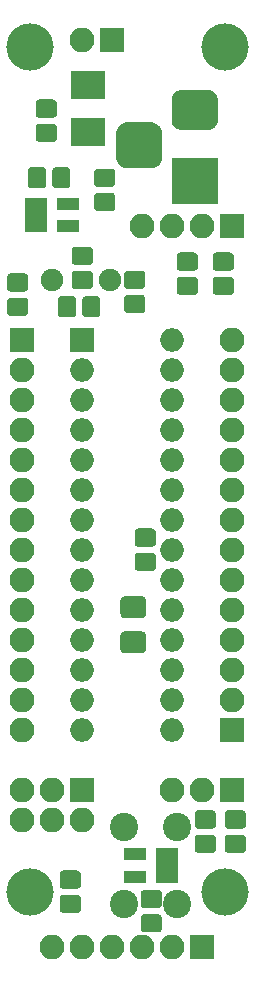
<source format=gbr>
G04 #@! TF.GenerationSoftware,KiCad,Pcbnew,(5.0.0)*
G04 #@! TF.CreationDate,2018-09-25T17:42:14-07:00*
G04 #@! TF.ProjectId,firefly,66697265666C792E6B696361645F7063,A*
G04 #@! TF.SameCoordinates,Original*
G04 #@! TF.FileFunction,Soldermask,Bot*
G04 #@! TF.FilePolarity,Negative*
%FSLAX46Y46*%
G04 Gerber Fmt 4.6, Leading zero omitted, Abs format (unit mm)*
G04 Created by KiCad (PCBNEW (5.0.0)) date 09/25/18 17:42:14*
%MOMM*%
%LPD*%
G01*
G04 APERTURE LIST*
%ADD10C,4.000000*%
%ADD11O,2.100000X2.100000*%
%ADD12R,2.100000X2.100000*%
%ADD13C,2.400000*%
%ADD14C,0.100000*%
%ADD15C,1.550000*%
%ADD16C,1.825000*%
%ADD17C,3.900000*%
%ADD18C,3.400000*%
%ADD19R,3.900000X3.900000*%
%ADD20O,2.000000X2.000000*%
%ADD21R,2.000000X2.000000*%
%ADD22R,1.960000X1.050000*%
%ADD23C,1.900000*%
%ADD24R,2.900000X2.400000*%
G04 APERTURE END LIST*
D10*
G04 #@! TO.C,REF\002A\002A*
X159131000Y-66693000D03*
G04 #@! TD*
D11*
G04 #@! TO.C,J8*
X141986000Y-132080000D03*
X141986000Y-129540000D03*
X144526000Y-132080000D03*
X144526000Y-129540000D03*
X147066000Y-132080000D03*
D12*
X147066000Y-129540000D03*
G04 #@! TD*
D10*
G04 #@! TO.C,REF\002A\002A*
X142621000Y-66675000D03*
G04 #@! TD*
G04 #@! TO.C,REF\002A\002A*
X159131000Y-138176000D03*
G04 #@! TD*
G04 #@! TO.C,REF\002A\002A*
X142621000Y-138176000D03*
G04 #@! TD*
D13*
G04 #@! TO.C,SW1*
X155122000Y-139215000D03*
X150622000Y-139215000D03*
X155122000Y-132715000D03*
X150622000Y-132715000D03*
G04 #@! TD*
D11*
G04 #@! TO.C,J6*
X154686000Y-129540000D03*
X157226000Y-129540000D03*
D12*
X159766000Y-129540000D03*
G04 #@! TD*
D11*
G04 #@! TO.C,J5*
X152146000Y-81788000D03*
X154686000Y-81788000D03*
X157226000Y-81788000D03*
D12*
X159766000Y-81788000D03*
G04 #@! TD*
D11*
G04 #@! TO.C,J7*
X144526000Y-142875000D03*
X147066000Y-142875000D03*
X149606000Y-142875000D03*
X152146000Y-142875000D03*
X154686000Y-142875000D03*
D12*
X157226000Y-142875000D03*
G04 #@! TD*
D14*
G04 #@! TO.C,C2*
G36*
X152996071Y-107421623D02*
X153028781Y-107426475D01*
X153060857Y-107434509D01*
X153091991Y-107445649D01*
X153121884Y-107459787D01*
X153150247Y-107476787D01*
X153176807Y-107496485D01*
X153201308Y-107518692D01*
X153223515Y-107543193D01*
X153243213Y-107569753D01*
X153260213Y-107598116D01*
X153274351Y-107628009D01*
X153285491Y-107659143D01*
X153293525Y-107691219D01*
X153298377Y-107723929D01*
X153300000Y-107756956D01*
X153300000Y-108633044D01*
X153298377Y-108666071D01*
X153293525Y-108698781D01*
X153285491Y-108730857D01*
X153274351Y-108761991D01*
X153260213Y-108791884D01*
X153243213Y-108820247D01*
X153223515Y-108846807D01*
X153201308Y-108871308D01*
X153176807Y-108893515D01*
X153150247Y-108913213D01*
X153121884Y-108930213D01*
X153091991Y-108944351D01*
X153060857Y-108955491D01*
X153028781Y-108963525D01*
X152996071Y-108968377D01*
X152963044Y-108970000D01*
X151836956Y-108970000D01*
X151803929Y-108968377D01*
X151771219Y-108963525D01*
X151739143Y-108955491D01*
X151708009Y-108944351D01*
X151678116Y-108930213D01*
X151649753Y-108913213D01*
X151623193Y-108893515D01*
X151598692Y-108871308D01*
X151576485Y-108846807D01*
X151556787Y-108820247D01*
X151539787Y-108791884D01*
X151525649Y-108761991D01*
X151514509Y-108730857D01*
X151506475Y-108698781D01*
X151501623Y-108666071D01*
X151500000Y-108633044D01*
X151500000Y-107756956D01*
X151501623Y-107723929D01*
X151506475Y-107691219D01*
X151514509Y-107659143D01*
X151525649Y-107628009D01*
X151539787Y-107598116D01*
X151556787Y-107569753D01*
X151576485Y-107543193D01*
X151598692Y-107518692D01*
X151623193Y-107496485D01*
X151649753Y-107476787D01*
X151678116Y-107459787D01*
X151708009Y-107445649D01*
X151739143Y-107434509D01*
X151771219Y-107426475D01*
X151803929Y-107421623D01*
X151836956Y-107420000D01*
X152963044Y-107420000D01*
X152996071Y-107421623D01*
X152996071Y-107421623D01*
G37*
D15*
X152400000Y-108195000D03*
D14*
G36*
X152996071Y-109471623D02*
X153028781Y-109476475D01*
X153060857Y-109484509D01*
X153091991Y-109495649D01*
X153121884Y-109509787D01*
X153150247Y-109526787D01*
X153176807Y-109546485D01*
X153201308Y-109568692D01*
X153223515Y-109593193D01*
X153243213Y-109619753D01*
X153260213Y-109648116D01*
X153274351Y-109678009D01*
X153285491Y-109709143D01*
X153293525Y-109741219D01*
X153298377Y-109773929D01*
X153300000Y-109806956D01*
X153300000Y-110683044D01*
X153298377Y-110716071D01*
X153293525Y-110748781D01*
X153285491Y-110780857D01*
X153274351Y-110811991D01*
X153260213Y-110841884D01*
X153243213Y-110870247D01*
X153223515Y-110896807D01*
X153201308Y-110921308D01*
X153176807Y-110943515D01*
X153150247Y-110963213D01*
X153121884Y-110980213D01*
X153091991Y-110994351D01*
X153060857Y-111005491D01*
X153028781Y-111013525D01*
X152996071Y-111018377D01*
X152963044Y-111020000D01*
X151836956Y-111020000D01*
X151803929Y-111018377D01*
X151771219Y-111013525D01*
X151739143Y-111005491D01*
X151708009Y-110994351D01*
X151678116Y-110980213D01*
X151649753Y-110963213D01*
X151623193Y-110943515D01*
X151598692Y-110921308D01*
X151576485Y-110896807D01*
X151556787Y-110870247D01*
X151539787Y-110841884D01*
X151525649Y-110811991D01*
X151514509Y-110780857D01*
X151506475Y-110748781D01*
X151501623Y-110716071D01*
X151500000Y-110683044D01*
X151500000Y-109806956D01*
X151501623Y-109773929D01*
X151506475Y-109741219D01*
X151514509Y-109709143D01*
X151525649Y-109678009D01*
X151539787Y-109648116D01*
X151556787Y-109619753D01*
X151576485Y-109593193D01*
X151598692Y-109568692D01*
X151623193Y-109546485D01*
X151649753Y-109526787D01*
X151678116Y-109509787D01*
X151708009Y-109495649D01*
X151739143Y-109484509D01*
X151771219Y-109476475D01*
X151803929Y-109471623D01*
X151836956Y-109470000D01*
X152963044Y-109470000D01*
X152996071Y-109471623D01*
X152996071Y-109471623D01*
G37*
D15*
X152400000Y-110245000D03*
G04 #@! TD*
D14*
G04 #@! TO.C,C3*
G36*
X144614071Y-73149623D02*
X144646781Y-73154475D01*
X144678857Y-73162509D01*
X144709991Y-73173649D01*
X144739884Y-73187787D01*
X144768247Y-73204787D01*
X144794807Y-73224485D01*
X144819308Y-73246692D01*
X144841515Y-73271193D01*
X144861213Y-73297753D01*
X144878213Y-73326116D01*
X144892351Y-73356009D01*
X144903491Y-73387143D01*
X144911525Y-73419219D01*
X144916377Y-73451929D01*
X144918000Y-73484956D01*
X144918000Y-74361044D01*
X144916377Y-74394071D01*
X144911525Y-74426781D01*
X144903491Y-74458857D01*
X144892351Y-74489991D01*
X144878213Y-74519884D01*
X144861213Y-74548247D01*
X144841515Y-74574807D01*
X144819308Y-74599308D01*
X144794807Y-74621515D01*
X144768247Y-74641213D01*
X144739884Y-74658213D01*
X144709991Y-74672351D01*
X144678857Y-74683491D01*
X144646781Y-74691525D01*
X144614071Y-74696377D01*
X144581044Y-74698000D01*
X143454956Y-74698000D01*
X143421929Y-74696377D01*
X143389219Y-74691525D01*
X143357143Y-74683491D01*
X143326009Y-74672351D01*
X143296116Y-74658213D01*
X143267753Y-74641213D01*
X143241193Y-74621515D01*
X143216692Y-74599308D01*
X143194485Y-74574807D01*
X143174787Y-74548247D01*
X143157787Y-74519884D01*
X143143649Y-74489991D01*
X143132509Y-74458857D01*
X143124475Y-74426781D01*
X143119623Y-74394071D01*
X143118000Y-74361044D01*
X143118000Y-73484956D01*
X143119623Y-73451929D01*
X143124475Y-73419219D01*
X143132509Y-73387143D01*
X143143649Y-73356009D01*
X143157787Y-73326116D01*
X143174787Y-73297753D01*
X143194485Y-73271193D01*
X143216692Y-73246692D01*
X143241193Y-73224485D01*
X143267753Y-73204787D01*
X143296116Y-73187787D01*
X143326009Y-73173649D01*
X143357143Y-73162509D01*
X143389219Y-73154475D01*
X143421929Y-73149623D01*
X143454956Y-73148000D01*
X144581044Y-73148000D01*
X144614071Y-73149623D01*
X144614071Y-73149623D01*
G37*
D15*
X144018000Y-73923000D03*
D14*
G36*
X144614071Y-71099623D02*
X144646781Y-71104475D01*
X144678857Y-71112509D01*
X144709991Y-71123649D01*
X144739884Y-71137787D01*
X144768247Y-71154787D01*
X144794807Y-71174485D01*
X144819308Y-71196692D01*
X144841515Y-71221193D01*
X144861213Y-71247753D01*
X144878213Y-71276116D01*
X144892351Y-71306009D01*
X144903491Y-71337143D01*
X144911525Y-71369219D01*
X144916377Y-71401929D01*
X144918000Y-71434956D01*
X144918000Y-72311044D01*
X144916377Y-72344071D01*
X144911525Y-72376781D01*
X144903491Y-72408857D01*
X144892351Y-72439991D01*
X144878213Y-72469884D01*
X144861213Y-72498247D01*
X144841515Y-72524807D01*
X144819308Y-72549308D01*
X144794807Y-72571515D01*
X144768247Y-72591213D01*
X144739884Y-72608213D01*
X144709991Y-72622351D01*
X144678857Y-72633491D01*
X144646781Y-72641525D01*
X144614071Y-72646377D01*
X144581044Y-72648000D01*
X143454956Y-72648000D01*
X143421929Y-72646377D01*
X143389219Y-72641525D01*
X143357143Y-72633491D01*
X143326009Y-72622351D01*
X143296116Y-72608213D01*
X143267753Y-72591213D01*
X143241193Y-72571515D01*
X143216692Y-72549308D01*
X143194485Y-72524807D01*
X143174787Y-72498247D01*
X143157787Y-72469884D01*
X143143649Y-72439991D01*
X143132509Y-72408857D01*
X143124475Y-72376781D01*
X143119623Y-72344071D01*
X143118000Y-72311044D01*
X143118000Y-71434956D01*
X143119623Y-71401929D01*
X143124475Y-71369219D01*
X143132509Y-71337143D01*
X143143649Y-71306009D01*
X143157787Y-71276116D01*
X143174787Y-71247753D01*
X143194485Y-71221193D01*
X143216692Y-71196692D01*
X143241193Y-71174485D01*
X143267753Y-71154787D01*
X143296116Y-71137787D01*
X143326009Y-71123649D01*
X143357143Y-71112509D01*
X143389219Y-71104475D01*
X143421929Y-71099623D01*
X143454956Y-71098000D01*
X144581044Y-71098000D01*
X144614071Y-71099623D01*
X144614071Y-71099623D01*
G37*
D15*
X144018000Y-71873000D03*
G04 #@! TD*
D14*
G04 #@! TO.C,C4*
G36*
X145768071Y-76825623D02*
X145800781Y-76830475D01*
X145832857Y-76838509D01*
X145863991Y-76849649D01*
X145893884Y-76863787D01*
X145922247Y-76880787D01*
X145948807Y-76900485D01*
X145973308Y-76922692D01*
X145995515Y-76947193D01*
X146015213Y-76973753D01*
X146032213Y-77002116D01*
X146046351Y-77032009D01*
X146057491Y-77063143D01*
X146065525Y-77095219D01*
X146070377Y-77127929D01*
X146072000Y-77160956D01*
X146072000Y-78287044D01*
X146070377Y-78320071D01*
X146065525Y-78352781D01*
X146057491Y-78384857D01*
X146046351Y-78415991D01*
X146032213Y-78445884D01*
X146015213Y-78474247D01*
X145995515Y-78500807D01*
X145973308Y-78525308D01*
X145948807Y-78547515D01*
X145922247Y-78567213D01*
X145893884Y-78584213D01*
X145863991Y-78598351D01*
X145832857Y-78609491D01*
X145800781Y-78617525D01*
X145768071Y-78622377D01*
X145735044Y-78624000D01*
X144858956Y-78624000D01*
X144825929Y-78622377D01*
X144793219Y-78617525D01*
X144761143Y-78609491D01*
X144730009Y-78598351D01*
X144700116Y-78584213D01*
X144671753Y-78567213D01*
X144645193Y-78547515D01*
X144620692Y-78525308D01*
X144598485Y-78500807D01*
X144578787Y-78474247D01*
X144561787Y-78445884D01*
X144547649Y-78415991D01*
X144536509Y-78384857D01*
X144528475Y-78352781D01*
X144523623Y-78320071D01*
X144522000Y-78287044D01*
X144522000Y-77160956D01*
X144523623Y-77127929D01*
X144528475Y-77095219D01*
X144536509Y-77063143D01*
X144547649Y-77032009D01*
X144561787Y-77002116D01*
X144578787Y-76973753D01*
X144598485Y-76947193D01*
X144620692Y-76922692D01*
X144645193Y-76900485D01*
X144671753Y-76880787D01*
X144700116Y-76863787D01*
X144730009Y-76849649D01*
X144761143Y-76838509D01*
X144793219Y-76830475D01*
X144825929Y-76825623D01*
X144858956Y-76824000D01*
X145735044Y-76824000D01*
X145768071Y-76825623D01*
X145768071Y-76825623D01*
G37*
D15*
X145297000Y-77724000D03*
D14*
G36*
X143718071Y-76825623D02*
X143750781Y-76830475D01*
X143782857Y-76838509D01*
X143813991Y-76849649D01*
X143843884Y-76863787D01*
X143872247Y-76880787D01*
X143898807Y-76900485D01*
X143923308Y-76922692D01*
X143945515Y-76947193D01*
X143965213Y-76973753D01*
X143982213Y-77002116D01*
X143996351Y-77032009D01*
X144007491Y-77063143D01*
X144015525Y-77095219D01*
X144020377Y-77127929D01*
X144022000Y-77160956D01*
X144022000Y-78287044D01*
X144020377Y-78320071D01*
X144015525Y-78352781D01*
X144007491Y-78384857D01*
X143996351Y-78415991D01*
X143982213Y-78445884D01*
X143965213Y-78474247D01*
X143945515Y-78500807D01*
X143923308Y-78525308D01*
X143898807Y-78547515D01*
X143872247Y-78567213D01*
X143843884Y-78584213D01*
X143813991Y-78598351D01*
X143782857Y-78609491D01*
X143750781Y-78617525D01*
X143718071Y-78622377D01*
X143685044Y-78624000D01*
X142808956Y-78624000D01*
X142775929Y-78622377D01*
X142743219Y-78617525D01*
X142711143Y-78609491D01*
X142680009Y-78598351D01*
X142650116Y-78584213D01*
X142621753Y-78567213D01*
X142595193Y-78547515D01*
X142570692Y-78525308D01*
X142548485Y-78500807D01*
X142528787Y-78474247D01*
X142511787Y-78445884D01*
X142497649Y-78415991D01*
X142486509Y-78384857D01*
X142478475Y-78352781D01*
X142473623Y-78320071D01*
X142472000Y-78287044D01*
X142472000Y-77160956D01*
X142473623Y-77127929D01*
X142478475Y-77095219D01*
X142486509Y-77063143D01*
X142497649Y-77032009D01*
X142511787Y-77002116D01*
X142528787Y-76973753D01*
X142548485Y-76947193D01*
X142570692Y-76922692D01*
X142595193Y-76900485D01*
X142621753Y-76880787D01*
X142650116Y-76863787D01*
X142680009Y-76849649D01*
X142711143Y-76838509D01*
X142743219Y-76830475D01*
X142775929Y-76825623D01*
X142808956Y-76824000D01*
X143685044Y-76824000D01*
X143718071Y-76825623D01*
X143718071Y-76825623D01*
G37*
D15*
X143247000Y-77724000D03*
G04 #@! TD*
D14*
G04 #@! TO.C,C5*
G36*
X149567071Y-76950623D02*
X149599781Y-76955475D01*
X149631857Y-76963509D01*
X149662991Y-76974649D01*
X149692884Y-76988787D01*
X149721247Y-77005787D01*
X149747807Y-77025485D01*
X149772308Y-77047692D01*
X149794515Y-77072193D01*
X149814213Y-77098753D01*
X149831213Y-77127116D01*
X149845351Y-77157009D01*
X149856491Y-77188143D01*
X149864525Y-77220219D01*
X149869377Y-77252929D01*
X149871000Y-77285956D01*
X149871000Y-78162044D01*
X149869377Y-78195071D01*
X149864525Y-78227781D01*
X149856491Y-78259857D01*
X149845351Y-78290991D01*
X149831213Y-78320884D01*
X149814213Y-78349247D01*
X149794515Y-78375807D01*
X149772308Y-78400308D01*
X149747807Y-78422515D01*
X149721247Y-78442213D01*
X149692884Y-78459213D01*
X149662991Y-78473351D01*
X149631857Y-78484491D01*
X149599781Y-78492525D01*
X149567071Y-78497377D01*
X149534044Y-78499000D01*
X148407956Y-78499000D01*
X148374929Y-78497377D01*
X148342219Y-78492525D01*
X148310143Y-78484491D01*
X148279009Y-78473351D01*
X148249116Y-78459213D01*
X148220753Y-78442213D01*
X148194193Y-78422515D01*
X148169692Y-78400308D01*
X148147485Y-78375807D01*
X148127787Y-78349247D01*
X148110787Y-78320884D01*
X148096649Y-78290991D01*
X148085509Y-78259857D01*
X148077475Y-78227781D01*
X148072623Y-78195071D01*
X148071000Y-78162044D01*
X148071000Y-77285956D01*
X148072623Y-77252929D01*
X148077475Y-77220219D01*
X148085509Y-77188143D01*
X148096649Y-77157009D01*
X148110787Y-77127116D01*
X148127787Y-77098753D01*
X148147485Y-77072193D01*
X148169692Y-77047692D01*
X148194193Y-77025485D01*
X148220753Y-77005787D01*
X148249116Y-76988787D01*
X148279009Y-76974649D01*
X148310143Y-76963509D01*
X148342219Y-76955475D01*
X148374929Y-76950623D01*
X148407956Y-76949000D01*
X149534044Y-76949000D01*
X149567071Y-76950623D01*
X149567071Y-76950623D01*
G37*
D15*
X148971000Y-77724000D03*
D14*
G36*
X149567071Y-79000623D02*
X149599781Y-79005475D01*
X149631857Y-79013509D01*
X149662991Y-79024649D01*
X149692884Y-79038787D01*
X149721247Y-79055787D01*
X149747807Y-79075485D01*
X149772308Y-79097692D01*
X149794515Y-79122193D01*
X149814213Y-79148753D01*
X149831213Y-79177116D01*
X149845351Y-79207009D01*
X149856491Y-79238143D01*
X149864525Y-79270219D01*
X149869377Y-79302929D01*
X149871000Y-79335956D01*
X149871000Y-80212044D01*
X149869377Y-80245071D01*
X149864525Y-80277781D01*
X149856491Y-80309857D01*
X149845351Y-80340991D01*
X149831213Y-80370884D01*
X149814213Y-80399247D01*
X149794515Y-80425807D01*
X149772308Y-80450308D01*
X149747807Y-80472515D01*
X149721247Y-80492213D01*
X149692884Y-80509213D01*
X149662991Y-80523351D01*
X149631857Y-80534491D01*
X149599781Y-80542525D01*
X149567071Y-80547377D01*
X149534044Y-80549000D01*
X148407956Y-80549000D01*
X148374929Y-80547377D01*
X148342219Y-80542525D01*
X148310143Y-80534491D01*
X148279009Y-80523351D01*
X148249116Y-80509213D01*
X148220753Y-80492213D01*
X148194193Y-80472515D01*
X148169692Y-80450308D01*
X148147485Y-80425807D01*
X148127787Y-80399247D01*
X148110787Y-80370884D01*
X148096649Y-80340991D01*
X148085509Y-80309857D01*
X148077475Y-80277781D01*
X148072623Y-80245071D01*
X148071000Y-80212044D01*
X148071000Y-79335956D01*
X148072623Y-79302929D01*
X148077475Y-79270219D01*
X148085509Y-79238143D01*
X148096649Y-79207009D01*
X148110787Y-79177116D01*
X148127787Y-79148753D01*
X148147485Y-79122193D01*
X148169692Y-79097692D01*
X148194193Y-79075485D01*
X148220753Y-79055787D01*
X148249116Y-79038787D01*
X148279009Y-79024649D01*
X148310143Y-79013509D01*
X148342219Y-79005475D01*
X148374929Y-79000623D01*
X148407956Y-78999000D01*
X149534044Y-78999000D01*
X149567071Y-79000623D01*
X149567071Y-79000623D01*
G37*
D15*
X148971000Y-79774000D03*
G04 #@! TD*
D14*
G04 #@! TO.C,C6*
G36*
X147662071Y-85604623D02*
X147694781Y-85609475D01*
X147726857Y-85617509D01*
X147757991Y-85628649D01*
X147787884Y-85642787D01*
X147816247Y-85659787D01*
X147842807Y-85679485D01*
X147867308Y-85701692D01*
X147889515Y-85726193D01*
X147909213Y-85752753D01*
X147926213Y-85781116D01*
X147940351Y-85811009D01*
X147951491Y-85842143D01*
X147959525Y-85874219D01*
X147964377Y-85906929D01*
X147966000Y-85939956D01*
X147966000Y-86816044D01*
X147964377Y-86849071D01*
X147959525Y-86881781D01*
X147951491Y-86913857D01*
X147940351Y-86944991D01*
X147926213Y-86974884D01*
X147909213Y-87003247D01*
X147889515Y-87029807D01*
X147867308Y-87054308D01*
X147842807Y-87076515D01*
X147816247Y-87096213D01*
X147787884Y-87113213D01*
X147757991Y-87127351D01*
X147726857Y-87138491D01*
X147694781Y-87146525D01*
X147662071Y-87151377D01*
X147629044Y-87153000D01*
X146502956Y-87153000D01*
X146469929Y-87151377D01*
X146437219Y-87146525D01*
X146405143Y-87138491D01*
X146374009Y-87127351D01*
X146344116Y-87113213D01*
X146315753Y-87096213D01*
X146289193Y-87076515D01*
X146264692Y-87054308D01*
X146242485Y-87029807D01*
X146222787Y-87003247D01*
X146205787Y-86974884D01*
X146191649Y-86944991D01*
X146180509Y-86913857D01*
X146172475Y-86881781D01*
X146167623Y-86849071D01*
X146166000Y-86816044D01*
X146166000Y-85939956D01*
X146167623Y-85906929D01*
X146172475Y-85874219D01*
X146180509Y-85842143D01*
X146191649Y-85811009D01*
X146205787Y-85781116D01*
X146222787Y-85752753D01*
X146242485Y-85726193D01*
X146264692Y-85701692D01*
X146289193Y-85679485D01*
X146315753Y-85659787D01*
X146344116Y-85642787D01*
X146374009Y-85628649D01*
X146405143Y-85617509D01*
X146437219Y-85609475D01*
X146469929Y-85604623D01*
X146502956Y-85603000D01*
X147629044Y-85603000D01*
X147662071Y-85604623D01*
X147662071Y-85604623D01*
G37*
D15*
X147066000Y-86378000D03*
D14*
G36*
X147662071Y-83554623D02*
X147694781Y-83559475D01*
X147726857Y-83567509D01*
X147757991Y-83578649D01*
X147787884Y-83592787D01*
X147816247Y-83609787D01*
X147842807Y-83629485D01*
X147867308Y-83651692D01*
X147889515Y-83676193D01*
X147909213Y-83702753D01*
X147926213Y-83731116D01*
X147940351Y-83761009D01*
X147951491Y-83792143D01*
X147959525Y-83824219D01*
X147964377Y-83856929D01*
X147966000Y-83889956D01*
X147966000Y-84766044D01*
X147964377Y-84799071D01*
X147959525Y-84831781D01*
X147951491Y-84863857D01*
X147940351Y-84894991D01*
X147926213Y-84924884D01*
X147909213Y-84953247D01*
X147889515Y-84979807D01*
X147867308Y-85004308D01*
X147842807Y-85026515D01*
X147816247Y-85046213D01*
X147787884Y-85063213D01*
X147757991Y-85077351D01*
X147726857Y-85088491D01*
X147694781Y-85096525D01*
X147662071Y-85101377D01*
X147629044Y-85103000D01*
X146502956Y-85103000D01*
X146469929Y-85101377D01*
X146437219Y-85096525D01*
X146405143Y-85088491D01*
X146374009Y-85077351D01*
X146344116Y-85063213D01*
X146315753Y-85046213D01*
X146289193Y-85026515D01*
X146264692Y-85004308D01*
X146242485Y-84979807D01*
X146222787Y-84953247D01*
X146205787Y-84924884D01*
X146191649Y-84894991D01*
X146180509Y-84863857D01*
X146172475Y-84831781D01*
X146167623Y-84799071D01*
X146166000Y-84766044D01*
X146166000Y-83889956D01*
X146167623Y-83856929D01*
X146172475Y-83824219D01*
X146180509Y-83792143D01*
X146191649Y-83761009D01*
X146205787Y-83731116D01*
X146222787Y-83702753D01*
X146242485Y-83676193D01*
X146264692Y-83651692D01*
X146289193Y-83629485D01*
X146315753Y-83609787D01*
X146344116Y-83592787D01*
X146374009Y-83578649D01*
X146405143Y-83567509D01*
X146437219Y-83559475D01*
X146469929Y-83554623D01*
X146502956Y-83553000D01*
X147629044Y-83553000D01*
X147662071Y-83554623D01*
X147662071Y-83554623D01*
G37*
D15*
X147066000Y-84328000D03*
G04 #@! TD*
D14*
G04 #@! TO.C,C7*
G36*
X152107071Y-87636623D02*
X152139781Y-87641475D01*
X152171857Y-87649509D01*
X152202991Y-87660649D01*
X152232884Y-87674787D01*
X152261247Y-87691787D01*
X152287807Y-87711485D01*
X152312308Y-87733692D01*
X152334515Y-87758193D01*
X152354213Y-87784753D01*
X152371213Y-87813116D01*
X152385351Y-87843009D01*
X152396491Y-87874143D01*
X152404525Y-87906219D01*
X152409377Y-87938929D01*
X152411000Y-87971956D01*
X152411000Y-88848044D01*
X152409377Y-88881071D01*
X152404525Y-88913781D01*
X152396491Y-88945857D01*
X152385351Y-88976991D01*
X152371213Y-89006884D01*
X152354213Y-89035247D01*
X152334515Y-89061807D01*
X152312308Y-89086308D01*
X152287807Y-89108515D01*
X152261247Y-89128213D01*
X152232884Y-89145213D01*
X152202991Y-89159351D01*
X152171857Y-89170491D01*
X152139781Y-89178525D01*
X152107071Y-89183377D01*
X152074044Y-89185000D01*
X150947956Y-89185000D01*
X150914929Y-89183377D01*
X150882219Y-89178525D01*
X150850143Y-89170491D01*
X150819009Y-89159351D01*
X150789116Y-89145213D01*
X150760753Y-89128213D01*
X150734193Y-89108515D01*
X150709692Y-89086308D01*
X150687485Y-89061807D01*
X150667787Y-89035247D01*
X150650787Y-89006884D01*
X150636649Y-88976991D01*
X150625509Y-88945857D01*
X150617475Y-88913781D01*
X150612623Y-88881071D01*
X150611000Y-88848044D01*
X150611000Y-87971956D01*
X150612623Y-87938929D01*
X150617475Y-87906219D01*
X150625509Y-87874143D01*
X150636649Y-87843009D01*
X150650787Y-87813116D01*
X150667787Y-87784753D01*
X150687485Y-87758193D01*
X150709692Y-87733692D01*
X150734193Y-87711485D01*
X150760753Y-87691787D01*
X150789116Y-87674787D01*
X150819009Y-87660649D01*
X150850143Y-87649509D01*
X150882219Y-87641475D01*
X150914929Y-87636623D01*
X150947956Y-87635000D01*
X152074044Y-87635000D01*
X152107071Y-87636623D01*
X152107071Y-87636623D01*
G37*
D15*
X151511000Y-88410000D03*
D14*
G36*
X152107071Y-85586623D02*
X152139781Y-85591475D01*
X152171857Y-85599509D01*
X152202991Y-85610649D01*
X152232884Y-85624787D01*
X152261247Y-85641787D01*
X152287807Y-85661485D01*
X152312308Y-85683692D01*
X152334515Y-85708193D01*
X152354213Y-85734753D01*
X152371213Y-85763116D01*
X152385351Y-85793009D01*
X152396491Y-85824143D01*
X152404525Y-85856219D01*
X152409377Y-85888929D01*
X152411000Y-85921956D01*
X152411000Y-86798044D01*
X152409377Y-86831071D01*
X152404525Y-86863781D01*
X152396491Y-86895857D01*
X152385351Y-86926991D01*
X152371213Y-86956884D01*
X152354213Y-86985247D01*
X152334515Y-87011807D01*
X152312308Y-87036308D01*
X152287807Y-87058515D01*
X152261247Y-87078213D01*
X152232884Y-87095213D01*
X152202991Y-87109351D01*
X152171857Y-87120491D01*
X152139781Y-87128525D01*
X152107071Y-87133377D01*
X152074044Y-87135000D01*
X150947956Y-87135000D01*
X150914929Y-87133377D01*
X150882219Y-87128525D01*
X150850143Y-87120491D01*
X150819009Y-87109351D01*
X150789116Y-87095213D01*
X150760753Y-87078213D01*
X150734193Y-87058515D01*
X150709692Y-87036308D01*
X150687485Y-87011807D01*
X150667787Y-86985247D01*
X150650787Y-86956884D01*
X150636649Y-86926991D01*
X150625509Y-86895857D01*
X150617475Y-86863781D01*
X150612623Y-86831071D01*
X150611000Y-86798044D01*
X150611000Y-85921956D01*
X150612623Y-85888929D01*
X150617475Y-85856219D01*
X150625509Y-85824143D01*
X150636649Y-85793009D01*
X150650787Y-85763116D01*
X150667787Y-85734753D01*
X150687485Y-85708193D01*
X150709692Y-85683692D01*
X150734193Y-85661485D01*
X150760753Y-85641787D01*
X150789116Y-85624787D01*
X150819009Y-85610649D01*
X150850143Y-85599509D01*
X150882219Y-85591475D01*
X150914929Y-85586623D01*
X150947956Y-85585000D01*
X152074044Y-85585000D01*
X152107071Y-85586623D01*
X152107071Y-85586623D01*
G37*
D15*
X151511000Y-86360000D03*
G04 #@! TD*
D14*
G04 #@! TO.C,C8*
G36*
X146646071Y-138427623D02*
X146678781Y-138432475D01*
X146710857Y-138440509D01*
X146741991Y-138451649D01*
X146771884Y-138465787D01*
X146800247Y-138482787D01*
X146826807Y-138502485D01*
X146851308Y-138524692D01*
X146873515Y-138549193D01*
X146893213Y-138575753D01*
X146910213Y-138604116D01*
X146924351Y-138634009D01*
X146935491Y-138665143D01*
X146943525Y-138697219D01*
X146948377Y-138729929D01*
X146950000Y-138762956D01*
X146950000Y-139639044D01*
X146948377Y-139672071D01*
X146943525Y-139704781D01*
X146935491Y-139736857D01*
X146924351Y-139767991D01*
X146910213Y-139797884D01*
X146893213Y-139826247D01*
X146873515Y-139852807D01*
X146851308Y-139877308D01*
X146826807Y-139899515D01*
X146800247Y-139919213D01*
X146771884Y-139936213D01*
X146741991Y-139950351D01*
X146710857Y-139961491D01*
X146678781Y-139969525D01*
X146646071Y-139974377D01*
X146613044Y-139976000D01*
X145486956Y-139976000D01*
X145453929Y-139974377D01*
X145421219Y-139969525D01*
X145389143Y-139961491D01*
X145358009Y-139950351D01*
X145328116Y-139936213D01*
X145299753Y-139919213D01*
X145273193Y-139899515D01*
X145248692Y-139877308D01*
X145226485Y-139852807D01*
X145206787Y-139826247D01*
X145189787Y-139797884D01*
X145175649Y-139767991D01*
X145164509Y-139736857D01*
X145156475Y-139704781D01*
X145151623Y-139672071D01*
X145150000Y-139639044D01*
X145150000Y-138762956D01*
X145151623Y-138729929D01*
X145156475Y-138697219D01*
X145164509Y-138665143D01*
X145175649Y-138634009D01*
X145189787Y-138604116D01*
X145206787Y-138575753D01*
X145226485Y-138549193D01*
X145248692Y-138524692D01*
X145273193Y-138502485D01*
X145299753Y-138482787D01*
X145328116Y-138465787D01*
X145358009Y-138451649D01*
X145389143Y-138440509D01*
X145421219Y-138432475D01*
X145453929Y-138427623D01*
X145486956Y-138426000D01*
X146613044Y-138426000D01*
X146646071Y-138427623D01*
X146646071Y-138427623D01*
G37*
D15*
X146050000Y-139201000D03*
D14*
G36*
X146646071Y-136377623D02*
X146678781Y-136382475D01*
X146710857Y-136390509D01*
X146741991Y-136401649D01*
X146771884Y-136415787D01*
X146800247Y-136432787D01*
X146826807Y-136452485D01*
X146851308Y-136474692D01*
X146873515Y-136499193D01*
X146893213Y-136525753D01*
X146910213Y-136554116D01*
X146924351Y-136584009D01*
X146935491Y-136615143D01*
X146943525Y-136647219D01*
X146948377Y-136679929D01*
X146950000Y-136712956D01*
X146950000Y-137589044D01*
X146948377Y-137622071D01*
X146943525Y-137654781D01*
X146935491Y-137686857D01*
X146924351Y-137717991D01*
X146910213Y-137747884D01*
X146893213Y-137776247D01*
X146873515Y-137802807D01*
X146851308Y-137827308D01*
X146826807Y-137849515D01*
X146800247Y-137869213D01*
X146771884Y-137886213D01*
X146741991Y-137900351D01*
X146710857Y-137911491D01*
X146678781Y-137919525D01*
X146646071Y-137924377D01*
X146613044Y-137926000D01*
X145486956Y-137926000D01*
X145453929Y-137924377D01*
X145421219Y-137919525D01*
X145389143Y-137911491D01*
X145358009Y-137900351D01*
X145328116Y-137886213D01*
X145299753Y-137869213D01*
X145273193Y-137849515D01*
X145248692Y-137827308D01*
X145226485Y-137802807D01*
X145206787Y-137776247D01*
X145189787Y-137747884D01*
X145175649Y-137717991D01*
X145164509Y-137686857D01*
X145156475Y-137654781D01*
X145151623Y-137622071D01*
X145150000Y-137589044D01*
X145150000Y-136712956D01*
X145151623Y-136679929D01*
X145156475Y-136647219D01*
X145164509Y-136615143D01*
X145175649Y-136584009D01*
X145189787Y-136554116D01*
X145206787Y-136525753D01*
X145226485Y-136499193D01*
X145248692Y-136474692D01*
X145273193Y-136452485D01*
X145299753Y-136432787D01*
X145328116Y-136415787D01*
X145358009Y-136401649D01*
X145389143Y-136390509D01*
X145421219Y-136382475D01*
X145453929Y-136377623D01*
X145486956Y-136376000D01*
X146613044Y-136376000D01*
X146646071Y-136377623D01*
X146646071Y-136377623D01*
G37*
D15*
X146050000Y-137151000D03*
G04 #@! TD*
D14*
G04 #@! TO.C,C9*
G36*
X153504071Y-138028623D02*
X153536781Y-138033475D01*
X153568857Y-138041509D01*
X153599991Y-138052649D01*
X153629884Y-138066787D01*
X153658247Y-138083787D01*
X153684807Y-138103485D01*
X153709308Y-138125692D01*
X153731515Y-138150193D01*
X153751213Y-138176753D01*
X153768213Y-138205116D01*
X153782351Y-138235009D01*
X153793491Y-138266143D01*
X153801525Y-138298219D01*
X153806377Y-138330929D01*
X153808000Y-138363956D01*
X153808000Y-139240044D01*
X153806377Y-139273071D01*
X153801525Y-139305781D01*
X153793491Y-139337857D01*
X153782351Y-139368991D01*
X153768213Y-139398884D01*
X153751213Y-139427247D01*
X153731515Y-139453807D01*
X153709308Y-139478308D01*
X153684807Y-139500515D01*
X153658247Y-139520213D01*
X153629884Y-139537213D01*
X153599991Y-139551351D01*
X153568857Y-139562491D01*
X153536781Y-139570525D01*
X153504071Y-139575377D01*
X153471044Y-139577000D01*
X152344956Y-139577000D01*
X152311929Y-139575377D01*
X152279219Y-139570525D01*
X152247143Y-139562491D01*
X152216009Y-139551351D01*
X152186116Y-139537213D01*
X152157753Y-139520213D01*
X152131193Y-139500515D01*
X152106692Y-139478308D01*
X152084485Y-139453807D01*
X152064787Y-139427247D01*
X152047787Y-139398884D01*
X152033649Y-139368991D01*
X152022509Y-139337857D01*
X152014475Y-139305781D01*
X152009623Y-139273071D01*
X152008000Y-139240044D01*
X152008000Y-138363956D01*
X152009623Y-138330929D01*
X152014475Y-138298219D01*
X152022509Y-138266143D01*
X152033649Y-138235009D01*
X152047787Y-138205116D01*
X152064787Y-138176753D01*
X152084485Y-138150193D01*
X152106692Y-138125692D01*
X152131193Y-138103485D01*
X152157753Y-138083787D01*
X152186116Y-138066787D01*
X152216009Y-138052649D01*
X152247143Y-138041509D01*
X152279219Y-138033475D01*
X152311929Y-138028623D01*
X152344956Y-138027000D01*
X153471044Y-138027000D01*
X153504071Y-138028623D01*
X153504071Y-138028623D01*
G37*
D15*
X152908000Y-138802000D03*
D14*
G36*
X153504071Y-140078623D02*
X153536781Y-140083475D01*
X153568857Y-140091509D01*
X153599991Y-140102649D01*
X153629884Y-140116787D01*
X153658247Y-140133787D01*
X153684807Y-140153485D01*
X153709308Y-140175692D01*
X153731515Y-140200193D01*
X153751213Y-140226753D01*
X153768213Y-140255116D01*
X153782351Y-140285009D01*
X153793491Y-140316143D01*
X153801525Y-140348219D01*
X153806377Y-140380929D01*
X153808000Y-140413956D01*
X153808000Y-141290044D01*
X153806377Y-141323071D01*
X153801525Y-141355781D01*
X153793491Y-141387857D01*
X153782351Y-141418991D01*
X153768213Y-141448884D01*
X153751213Y-141477247D01*
X153731515Y-141503807D01*
X153709308Y-141528308D01*
X153684807Y-141550515D01*
X153658247Y-141570213D01*
X153629884Y-141587213D01*
X153599991Y-141601351D01*
X153568857Y-141612491D01*
X153536781Y-141620525D01*
X153504071Y-141625377D01*
X153471044Y-141627000D01*
X152344956Y-141627000D01*
X152311929Y-141625377D01*
X152279219Y-141620525D01*
X152247143Y-141612491D01*
X152216009Y-141601351D01*
X152186116Y-141587213D01*
X152157753Y-141570213D01*
X152131193Y-141550515D01*
X152106692Y-141528308D01*
X152084485Y-141503807D01*
X152064787Y-141477247D01*
X152047787Y-141448884D01*
X152033649Y-141418991D01*
X152022509Y-141387857D01*
X152014475Y-141355781D01*
X152009623Y-141323071D01*
X152008000Y-141290044D01*
X152008000Y-140413956D01*
X152009623Y-140380929D01*
X152014475Y-140348219D01*
X152022509Y-140316143D01*
X152033649Y-140285009D01*
X152047787Y-140255116D01*
X152064787Y-140226753D01*
X152084485Y-140200193D01*
X152106692Y-140175692D01*
X152131193Y-140153485D01*
X152157753Y-140133787D01*
X152186116Y-140116787D01*
X152216009Y-140102649D01*
X152247143Y-140091509D01*
X152279219Y-140083475D01*
X152311929Y-140078623D01*
X152344956Y-140077000D01*
X153471044Y-140077000D01*
X153504071Y-140078623D01*
X153504071Y-140078623D01*
G37*
D15*
X152908000Y-140852000D03*
G04 #@! TD*
D14*
G04 #@! TO.C,F1*
G36*
X152170207Y-113171542D02*
X152201287Y-113176152D01*
X152231766Y-113183787D01*
X152261350Y-113194372D01*
X152289754Y-113207806D01*
X152316704Y-113223959D01*
X152341942Y-113242677D01*
X152365223Y-113263777D01*
X152386323Y-113287058D01*
X152405041Y-113312296D01*
X152421194Y-113339246D01*
X152434628Y-113367650D01*
X152445213Y-113397234D01*
X152452848Y-113427713D01*
X152457458Y-113458793D01*
X152459000Y-113490176D01*
X152459000Y-114674824D01*
X152457458Y-114706207D01*
X152452848Y-114737287D01*
X152445213Y-114767766D01*
X152434628Y-114797350D01*
X152421194Y-114825754D01*
X152405041Y-114852704D01*
X152386323Y-114877942D01*
X152365223Y-114901223D01*
X152341942Y-114922323D01*
X152316704Y-114941041D01*
X152289754Y-114957194D01*
X152261350Y-114970628D01*
X152231766Y-114981213D01*
X152201287Y-114988848D01*
X152170207Y-114993458D01*
X152138824Y-114995000D01*
X150629176Y-114995000D01*
X150597793Y-114993458D01*
X150566713Y-114988848D01*
X150536234Y-114981213D01*
X150506650Y-114970628D01*
X150478246Y-114957194D01*
X150451296Y-114941041D01*
X150426058Y-114922323D01*
X150402777Y-114901223D01*
X150381677Y-114877942D01*
X150362959Y-114852704D01*
X150346806Y-114825754D01*
X150333372Y-114797350D01*
X150322787Y-114767766D01*
X150315152Y-114737287D01*
X150310542Y-114706207D01*
X150309000Y-114674824D01*
X150309000Y-113490176D01*
X150310542Y-113458793D01*
X150315152Y-113427713D01*
X150322787Y-113397234D01*
X150333372Y-113367650D01*
X150346806Y-113339246D01*
X150362959Y-113312296D01*
X150381677Y-113287058D01*
X150402777Y-113263777D01*
X150426058Y-113242677D01*
X150451296Y-113223959D01*
X150478246Y-113207806D01*
X150506650Y-113194372D01*
X150536234Y-113183787D01*
X150566713Y-113176152D01*
X150597793Y-113171542D01*
X150629176Y-113170000D01*
X152138824Y-113170000D01*
X152170207Y-113171542D01*
X152170207Y-113171542D01*
G37*
D16*
X151384000Y-114082500D03*
D14*
G36*
X152170207Y-116146542D02*
X152201287Y-116151152D01*
X152231766Y-116158787D01*
X152261350Y-116169372D01*
X152289754Y-116182806D01*
X152316704Y-116198959D01*
X152341942Y-116217677D01*
X152365223Y-116238777D01*
X152386323Y-116262058D01*
X152405041Y-116287296D01*
X152421194Y-116314246D01*
X152434628Y-116342650D01*
X152445213Y-116372234D01*
X152452848Y-116402713D01*
X152457458Y-116433793D01*
X152459000Y-116465176D01*
X152459000Y-117649824D01*
X152457458Y-117681207D01*
X152452848Y-117712287D01*
X152445213Y-117742766D01*
X152434628Y-117772350D01*
X152421194Y-117800754D01*
X152405041Y-117827704D01*
X152386323Y-117852942D01*
X152365223Y-117876223D01*
X152341942Y-117897323D01*
X152316704Y-117916041D01*
X152289754Y-117932194D01*
X152261350Y-117945628D01*
X152231766Y-117956213D01*
X152201287Y-117963848D01*
X152170207Y-117968458D01*
X152138824Y-117970000D01*
X150629176Y-117970000D01*
X150597793Y-117968458D01*
X150566713Y-117963848D01*
X150536234Y-117956213D01*
X150506650Y-117945628D01*
X150478246Y-117932194D01*
X150451296Y-117916041D01*
X150426058Y-117897323D01*
X150402777Y-117876223D01*
X150381677Y-117852942D01*
X150362959Y-117827704D01*
X150346806Y-117800754D01*
X150333372Y-117772350D01*
X150322787Y-117742766D01*
X150315152Y-117712287D01*
X150310542Y-117681207D01*
X150309000Y-117649824D01*
X150309000Y-116465176D01*
X150310542Y-116433793D01*
X150315152Y-116402713D01*
X150322787Y-116372234D01*
X150333372Y-116342650D01*
X150346806Y-116314246D01*
X150362959Y-116287296D01*
X150381677Y-116262058D01*
X150402777Y-116238777D01*
X150426058Y-116217677D01*
X150451296Y-116198959D01*
X150478246Y-116182806D01*
X150506650Y-116169372D01*
X150536234Y-116158787D01*
X150566713Y-116151152D01*
X150597793Y-116146542D01*
X150629176Y-116145000D01*
X152138824Y-116145000D01*
X152170207Y-116146542D01*
X152170207Y-116146542D01*
G37*
D16*
X151384000Y-117057500D03*
G04 #@! TD*
D14*
G04 #@! TO.C,J1*
G36*
X152961567Y-73032695D02*
X153056213Y-73046734D01*
X153149028Y-73069983D01*
X153239116Y-73102217D01*
X153325612Y-73143127D01*
X153407681Y-73192317D01*
X153484533Y-73249315D01*
X153555429Y-73313571D01*
X153619685Y-73384467D01*
X153676683Y-73461319D01*
X153725873Y-73543388D01*
X153766783Y-73629884D01*
X153799017Y-73719972D01*
X153822266Y-73812787D01*
X153836305Y-73907433D01*
X153841000Y-74003000D01*
X153841000Y-75953000D01*
X153836305Y-76048567D01*
X153822266Y-76143213D01*
X153799017Y-76236028D01*
X153766783Y-76326116D01*
X153725873Y-76412612D01*
X153676683Y-76494681D01*
X153619685Y-76571533D01*
X153555429Y-76642429D01*
X153484533Y-76706685D01*
X153407681Y-76763683D01*
X153325612Y-76812873D01*
X153239116Y-76853783D01*
X153149028Y-76886017D01*
X153056213Y-76909266D01*
X152961567Y-76923305D01*
X152866000Y-76928000D01*
X150916000Y-76928000D01*
X150820433Y-76923305D01*
X150725787Y-76909266D01*
X150632972Y-76886017D01*
X150542884Y-76853783D01*
X150456388Y-76812873D01*
X150374319Y-76763683D01*
X150297467Y-76706685D01*
X150226571Y-76642429D01*
X150162315Y-76571533D01*
X150105317Y-76494681D01*
X150056127Y-76412612D01*
X150015217Y-76326116D01*
X149982983Y-76236028D01*
X149959734Y-76143213D01*
X149945695Y-76048567D01*
X149941000Y-75953000D01*
X149941000Y-74003000D01*
X149945695Y-73907433D01*
X149959734Y-73812787D01*
X149982983Y-73719972D01*
X150015217Y-73629884D01*
X150056127Y-73543388D01*
X150105317Y-73461319D01*
X150162315Y-73384467D01*
X150226571Y-73313571D01*
X150297467Y-73249315D01*
X150374319Y-73192317D01*
X150456388Y-73143127D01*
X150542884Y-73102217D01*
X150632972Y-73069983D01*
X150725787Y-73046734D01*
X150820433Y-73032695D01*
X150916000Y-73028000D01*
X152866000Y-73028000D01*
X152961567Y-73032695D01*
X152961567Y-73032695D01*
G37*
D17*
X151891000Y-74978000D03*
D14*
G36*
X157774315Y-70282093D02*
X157856827Y-70294333D01*
X157937742Y-70314601D01*
X158016281Y-70342702D01*
X158091687Y-70378367D01*
X158163235Y-70421251D01*
X158230234Y-70470941D01*
X158292041Y-70526959D01*
X158348059Y-70588766D01*
X158397749Y-70655765D01*
X158440633Y-70727313D01*
X158476298Y-70802719D01*
X158504399Y-70881258D01*
X158524667Y-70962173D01*
X158536907Y-71044685D01*
X158541000Y-71128000D01*
X158541000Y-72828000D01*
X158536907Y-72911315D01*
X158524667Y-72993827D01*
X158504399Y-73074742D01*
X158476298Y-73153281D01*
X158440633Y-73228687D01*
X158397749Y-73300235D01*
X158348059Y-73367234D01*
X158292041Y-73429041D01*
X158230234Y-73485059D01*
X158163235Y-73534749D01*
X158091687Y-73577633D01*
X158016281Y-73613298D01*
X157937742Y-73641399D01*
X157856827Y-73661667D01*
X157774315Y-73673907D01*
X157691000Y-73678000D01*
X155491000Y-73678000D01*
X155407685Y-73673907D01*
X155325173Y-73661667D01*
X155244258Y-73641399D01*
X155165719Y-73613298D01*
X155090313Y-73577633D01*
X155018765Y-73534749D01*
X154951766Y-73485059D01*
X154889959Y-73429041D01*
X154833941Y-73367234D01*
X154784251Y-73300235D01*
X154741367Y-73228687D01*
X154705702Y-73153281D01*
X154677601Y-73074742D01*
X154657333Y-72993827D01*
X154645093Y-72911315D01*
X154641000Y-72828000D01*
X154641000Y-71128000D01*
X154645093Y-71044685D01*
X154657333Y-70962173D01*
X154677601Y-70881258D01*
X154705702Y-70802719D01*
X154741367Y-70727313D01*
X154784251Y-70655765D01*
X154833941Y-70588766D01*
X154889959Y-70526959D01*
X154951766Y-70470941D01*
X155018765Y-70421251D01*
X155090313Y-70378367D01*
X155165719Y-70342702D01*
X155244258Y-70314601D01*
X155325173Y-70294333D01*
X155407685Y-70282093D01*
X155491000Y-70278000D01*
X157691000Y-70278000D01*
X157774315Y-70282093D01*
X157774315Y-70282093D01*
G37*
D18*
X156591000Y-71978000D03*
D19*
X156591000Y-77978000D03*
G04 #@! TD*
D12*
G04 #@! TO.C,J2*
X141986000Y-91440000D03*
D11*
X141986000Y-93980000D03*
X141986000Y-96520000D03*
X141986000Y-99060000D03*
X141986000Y-101600000D03*
X141986000Y-104140000D03*
X141986000Y-106680000D03*
X141986000Y-109220000D03*
X141986000Y-111760000D03*
X141986000Y-114300000D03*
X141986000Y-116840000D03*
X141986000Y-119380000D03*
X141986000Y-121920000D03*
X141986000Y-124460000D03*
G04 #@! TD*
G04 #@! TO.C,J3*
X159766000Y-91440000D03*
X159766000Y-93980000D03*
X159766000Y-96520000D03*
X159766000Y-99060000D03*
X159766000Y-101600000D03*
X159766000Y-104140000D03*
X159766000Y-106680000D03*
X159766000Y-109220000D03*
X159766000Y-111760000D03*
X159766000Y-114300000D03*
X159766000Y-116840000D03*
X159766000Y-119380000D03*
X159766000Y-121920000D03*
D12*
X159766000Y-124460000D03*
G04 #@! TD*
D11*
G04 #@! TO.C,J4*
X147066000Y-66040000D03*
D12*
X149606000Y-66040000D03*
G04 #@! TD*
D14*
G04 #@! TO.C,R1*
G36*
X148308071Y-87747623D02*
X148340781Y-87752475D01*
X148372857Y-87760509D01*
X148403991Y-87771649D01*
X148433884Y-87785787D01*
X148462247Y-87802787D01*
X148488807Y-87822485D01*
X148513308Y-87844692D01*
X148535515Y-87869193D01*
X148555213Y-87895753D01*
X148572213Y-87924116D01*
X148586351Y-87954009D01*
X148597491Y-87985143D01*
X148605525Y-88017219D01*
X148610377Y-88049929D01*
X148612000Y-88082956D01*
X148612000Y-89209044D01*
X148610377Y-89242071D01*
X148605525Y-89274781D01*
X148597491Y-89306857D01*
X148586351Y-89337991D01*
X148572213Y-89367884D01*
X148555213Y-89396247D01*
X148535515Y-89422807D01*
X148513308Y-89447308D01*
X148488807Y-89469515D01*
X148462247Y-89489213D01*
X148433884Y-89506213D01*
X148403991Y-89520351D01*
X148372857Y-89531491D01*
X148340781Y-89539525D01*
X148308071Y-89544377D01*
X148275044Y-89546000D01*
X147398956Y-89546000D01*
X147365929Y-89544377D01*
X147333219Y-89539525D01*
X147301143Y-89531491D01*
X147270009Y-89520351D01*
X147240116Y-89506213D01*
X147211753Y-89489213D01*
X147185193Y-89469515D01*
X147160692Y-89447308D01*
X147138485Y-89422807D01*
X147118787Y-89396247D01*
X147101787Y-89367884D01*
X147087649Y-89337991D01*
X147076509Y-89306857D01*
X147068475Y-89274781D01*
X147063623Y-89242071D01*
X147062000Y-89209044D01*
X147062000Y-88082956D01*
X147063623Y-88049929D01*
X147068475Y-88017219D01*
X147076509Y-87985143D01*
X147087649Y-87954009D01*
X147101787Y-87924116D01*
X147118787Y-87895753D01*
X147138485Y-87869193D01*
X147160692Y-87844692D01*
X147185193Y-87822485D01*
X147211753Y-87802787D01*
X147240116Y-87785787D01*
X147270009Y-87771649D01*
X147301143Y-87760509D01*
X147333219Y-87752475D01*
X147365929Y-87747623D01*
X147398956Y-87746000D01*
X148275044Y-87746000D01*
X148308071Y-87747623D01*
X148308071Y-87747623D01*
G37*
D15*
X147837000Y-88646000D03*
D14*
G36*
X146258071Y-87747623D02*
X146290781Y-87752475D01*
X146322857Y-87760509D01*
X146353991Y-87771649D01*
X146383884Y-87785787D01*
X146412247Y-87802787D01*
X146438807Y-87822485D01*
X146463308Y-87844692D01*
X146485515Y-87869193D01*
X146505213Y-87895753D01*
X146522213Y-87924116D01*
X146536351Y-87954009D01*
X146547491Y-87985143D01*
X146555525Y-88017219D01*
X146560377Y-88049929D01*
X146562000Y-88082956D01*
X146562000Y-89209044D01*
X146560377Y-89242071D01*
X146555525Y-89274781D01*
X146547491Y-89306857D01*
X146536351Y-89337991D01*
X146522213Y-89367884D01*
X146505213Y-89396247D01*
X146485515Y-89422807D01*
X146463308Y-89447308D01*
X146438807Y-89469515D01*
X146412247Y-89489213D01*
X146383884Y-89506213D01*
X146353991Y-89520351D01*
X146322857Y-89531491D01*
X146290781Y-89539525D01*
X146258071Y-89544377D01*
X146225044Y-89546000D01*
X145348956Y-89546000D01*
X145315929Y-89544377D01*
X145283219Y-89539525D01*
X145251143Y-89531491D01*
X145220009Y-89520351D01*
X145190116Y-89506213D01*
X145161753Y-89489213D01*
X145135193Y-89469515D01*
X145110692Y-89447308D01*
X145088485Y-89422807D01*
X145068787Y-89396247D01*
X145051787Y-89367884D01*
X145037649Y-89337991D01*
X145026509Y-89306857D01*
X145018475Y-89274781D01*
X145013623Y-89242071D01*
X145012000Y-89209044D01*
X145012000Y-88082956D01*
X145013623Y-88049929D01*
X145018475Y-88017219D01*
X145026509Y-87985143D01*
X145037649Y-87954009D01*
X145051787Y-87924116D01*
X145068787Y-87895753D01*
X145088485Y-87869193D01*
X145110692Y-87844692D01*
X145135193Y-87822485D01*
X145161753Y-87802787D01*
X145190116Y-87785787D01*
X145220009Y-87771649D01*
X145251143Y-87760509D01*
X145283219Y-87752475D01*
X145315929Y-87747623D01*
X145348956Y-87746000D01*
X146225044Y-87746000D01*
X146258071Y-87747623D01*
X146258071Y-87747623D01*
G37*
D15*
X145787000Y-88646000D03*
G04 #@! TD*
D14*
G04 #@! TO.C,R2*
G36*
X142201071Y-85822623D02*
X142233781Y-85827475D01*
X142265857Y-85835509D01*
X142296991Y-85846649D01*
X142326884Y-85860787D01*
X142355247Y-85877787D01*
X142381807Y-85897485D01*
X142406308Y-85919692D01*
X142428515Y-85944193D01*
X142448213Y-85970753D01*
X142465213Y-85999116D01*
X142479351Y-86029009D01*
X142490491Y-86060143D01*
X142498525Y-86092219D01*
X142503377Y-86124929D01*
X142505000Y-86157956D01*
X142505000Y-87034044D01*
X142503377Y-87067071D01*
X142498525Y-87099781D01*
X142490491Y-87131857D01*
X142479351Y-87162991D01*
X142465213Y-87192884D01*
X142448213Y-87221247D01*
X142428515Y-87247807D01*
X142406308Y-87272308D01*
X142381807Y-87294515D01*
X142355247Y-87314213D01*
X142326884Y-87331213D01*
X142296991Y-87345351D01*
X142265857Y-87356491D01*
X142233781Y-87364525D01*
X142201071Y-87369377D01*
X142168044Y-87371000D01*
X141041956Y-87371000D01*
X141008929Y-87369377D01*
X140976219Y-87364525D01*
X140944143Y-87356491D01*
X140913009Y-87345351D01*
X140883116Y-87331213D01*
X140854753Y-87314213D01*
X140828193Y-87294515D01*
X140803692Y-87272308D01*
X140781485Y-87247807D01*
X140761787Y-87221247D01*
X140744787Y-87192884D01*
X140730649Y-87162991D01*
X140719509Y-87131857D01*
X140711475Y-87099781D01*
X140706623Y-87067071D01*
X140705000Y-87034044D01*
X140705000Y-86157956D01*
X140706623Y-86124929D01*
X140711475Y-86092219D01*
X140719509Y-86060143D01*
X140730649Y-86029009D01*
X140744787Y-85999116D01*
X140761787Y-85970753D01*
X140781485Y-85944193D01*
X140803692Y-85919692D01*
X140828193Y-85897485D01*
X140854753Y-85877787D01*
X140883116Y-85860787D01*
X140913009Y-85846649D01*
X140944143Y-85835509D01*
X140976219Y-85827475D01*
X141008929Y-85822623D01*
X141041956Y-85821000D01*
X142168044Y-85821000D01*
X142201071Y-85822623D01*
X142201071Y-85822623D01*
G37*
D15*
X141605000Y-86596000D03*
D14*
G36*
X142201071Y-87872623D02*
X142233781Y-87877475D01*
X142265857Y-87885509D01*
X142296991Y-87896649D01*
X142326884Y-87910787D01*
X142355247Y-87927787D01*
X142381807Y-87947485D01*
X142406308Y-87969692D01*
X142428515Y-87994193D01*
X142448213Y-88020753D01*
X142465213Y-88049116D01*
X142479351Y-88079009D01*
X142490491Y-88110143D01*
X142498525Y-88142219D01*
X142503377Y-88174929D01*
X142505000Y-88207956D01*
X142505000Y-89084044D01*
X142503377Y-89117071D01*
X142498525Y-89149781D01*
X142490491Y-89181857D01*
X142479351Y-89212991D01*
X142465213Y-89242884D01*
X142448213Y-89271247D01*
X142428515Y-89297807D01*
X142406308Y-89322308D01*
X142381807Y-89344515D01*
X142355247Y-89364213D01*
X142326884Y-89381213D01*
X142296991Y-89395351D01*
X142265857Y-89406491D01*
X142233781Y-89414525D01*
X142201071Y-89419377D01*
X142168044Y-89421000D01*
X141041956Y-89421000D01*
X141008929Y-89419377D01*
X140976219Y-89414525D01*
X140944143Y-89406491D01*
X140913009Y-89395351D01*
X140883116Y-89381213D01*
X140854753Y-89364213D01*
X140828193Y-89344515D01*
X140803692Y-89322308D01*
X140781485Y-89297807D01*
X140761787Y-89271247D01*
X140744787Y-89242884D01*
X140730649Y-89212991D01*
X140719509Y-89181857D01*
X140711475Y-89149781D01*
X140706623Y-89117071D01*
X140705000Y-89084044D01*
X140705000Y-88207956D01*
X140706623Y-88174929D01*
X140711475Y-88142219D01*
X140719509Y-88110143D01*
X140730649Y-88079009D01*
X140744787Y-88049116D01*
X140761787Y-88020753D01*
X140781485Y-87994193D01*
X140803692Y-87969692D01*
X140828193Y-87947485D01*
X140854753Y-87927787D01*
X140883116Y-87910787D01*
X140913009Y-87896649D01*
X140944143Y-87885509D01*
X140976219Y-87877475D01*
X141008929Y-87872623D01*
X141041956Y-87871000D01*
X142168044Y-87871000D01*
X142201071Y-87872623D01*
X142201071Y-87872623D01*
G37*
D15*
X141605000Y-88646000D03*
G04 #@! TD*
D14*
G04 #@! TO.C,R3*
G36*
X156552071Y-84053623D02*
X156584781Y-84058475D01*
X156616857Y-84066509D01*
X156647991Y-84077649D01*
X156677884Y-84091787D01*
X156706247Y-84108787D01*
X156732807Y-84128485D01*
X156757308Y-84150692D01*
X156779515Y-84175193D01*
X156799213Y-84201753D01*
X156816213Y-84230116D01*
X156830351Y-84260009D01*
X156841491Y-84291143D01*
X156849525Y-84323219D01*
X156854377Y-84355929D01*
X156856000Y-84388956D01*
X156856000Y-85265044D01*
X156854377Y-85298071D01*
X156849525Y-85330781D01*
X156841491Y-85362857D01*
X156830351Y-85393991D01*
X156816213Y-85423884D01*
X156799213Y-85452247D01*
X156779515Y-85478807D01*
X156757308Y-85503308D01*
X156732807Y-85525515D01*
X156706247Y-85545213D01*
X156677884Y-85562213D01*
X156647991Y-85576351D01*
X156616857Y-85587491D01*
X156584781Y-85595525D01*
X156552071Y-85600377D01*
X156519044Y-85602000D01*
X155392956Y-85602000D01*
X155359929Y-85600377D01*
X155327219Y-85595525D01*
X155295143Y-85587491D01*
X155264009Y-85576351D01*
X155234116Y-85562213D01*
X155205753Y-85545213D01*
X155179193Y-85525515D01*
X155154692Y-85503308D01*
X155132485Y-85478807D01*
X155112787Y-85452247D01*
X155095787Y-85423884D01*
X155081649Y-85393991D01*
X155070509Y-85362857D01*
X155062475Y-85330781D01*
X155057623Y-85298071D01*
X155056000Y-85265044D01*
X155056000Y-84388956D01*
X155057623Y-84355929D01*
X155062475Y-84323219D01*
X155070509Y-84291143D01*
X155081649Y-84260009D01*
X155095787Y-84230116D01*
X155112787Y-84201753D01*
X155132485Y-84175193D01*
X155154692Y-84150692D01*
X155179193Y-84128485D01*
X155205753Y-84108787D01*
X155234116Y-84091787D01*
X155264009Y-84077649D01*
X155295143Y-84066509D01*
X155327219Y-84058475D01*
X155359929Y-84053623D01*
X155392956Y-84052000D01*
X156519044Y-84052000D01*
X156552071Y-84053623D01*
X156552071Y-84053623D01*
G37*
D15*
X155956000Y-84827000D03*
D14*
G36*
X156552071Y-86103623D02*
X156584781Y-86108475D01*
X156616857Y-86116509D01*
X156647991Y-86127649D01*
X156677884Y-86141787D01*
X156706247Y-86158787D01*
X156732807Y-86178485D01*
X156757308Y-86200692D01*
X156779515Y-86225193D01*
X156799213Y-86251753D01*
X156816213Y-86280116D01*
X156830351Y-86310009D01*
X156841491Y-86341143D01*
X156849525Y-86373219D01*
X156854377Y-86405929D01*
X156856000Y-86438956D01*
X156856000Y-87315044D01*
X156854377Y-87348071D01*
X156849525Y-87380781D01*
X156841491Y-87412857D01*
X156830351Y-87443991D01*
X156816213Y-87473884D01*
X156799213Y-87502247D01*
X156779515Y-87528807D01*
X156757308Y-87553308D01*
X156732807Y-87575515D01*
X156706247Y-87595213D01*
X156677884Y-87612213D01*
X156647991Y-87626351D01*
X156616857Y-87637491D01*
X156584781Y-87645525D01*
X156552071Y-87650377D01*
X156519044Y-87652000D01*
X155392956Y-87652000D01*
X155359929Y-87650377D01*
X155327219Y-87645525D01*
X155295143Y-87637491D01*
X155264009Y-87626351D01*
X155234116Y-87612213D01*
X155205753Y-87595213D01*
X155179193Y-87575515D01*
X155154692Y-87553308D01*
X155132485Y-87528807D01*
X155112787Y-87502247D01*
X155095787Y-87473884D01*
X155081649Y-87443991D01*
X155070509Y-87412857D01*
X155062475Y-87380781D01*
X155057623Y-87348071D01*
X155056000Y-87315044D01*
X155056000Y-86438956D01*
X155057623Y-86405929D01*
X155062475Y-86373219D01*
X155070509Y-86341143D01*
X155081649Y-86310009D01*
X155095787Y-86280116D01*
X155112787Y-86251753D01*
X155132485Y-86225193D01*
X155154692Y-86200692D01*
X155179193Y-86178485D01*
X155205753Y-86158787D01*
X155234116Y-86141787D01*
X155264009Y-86127649D01*
X155295143Y-86116509D01*
X155327219Y-86108475D01*
X155359929Y-86103623D01*
X155392956Y-86102000D01*
X156519044Y-86102000D01*
X156552071Y-86103623D01*
X156552071Y-86103623D01*
G37*
D15*
X155956000Y-86877000D03*
G04 #@! TD*
D14*
G04 #@! TO.C,R4*
G36*
X159600071Y-86103623D02*
X159632781Y-86108475D01*
X159664857Y-86116509D01*
X159695991Y-86127649D01*
X159725884Y-86141787D01*
X159754247Y-86158787D01*
X159780807Y-86178485D01*
X159805308Y-86200692D01*
X159827515Y-86225193D01*
X159847213Y-86251753D01*
X159864213Y-86280116D01*
X159878351Y-86310009D01*
X159889491Y-86341143D01*
X159897525Y-86373219D01*
X159902377Y-86405929D01*
X159904000Y-86438956D01*
X159904000Y-87315044D01*
X159902377Y-87348071D01*
X159897525Y-87380781D01*
X159889491Y-87412857D01*
X159878351Y-87443991D01*
X159864213Y-87473884D01*
X159847213Y-87502247D01*
X159827515Y-87528807D01*
X159805308Y-87553308D01*
X159780807Y-87575515D01*
X159754247Y-87595213D01*
X159725884Y-87612213D01*
X159695991Y-87626351D01*
X159664857Y-87637491D01*
X159632781Y-87645525D01*
X159600071Y-87650377D01*
X159567044Y-87652000D01*
X158440956Y-87652000D01*
X158407929Y-87650377D01*
X158375219Y-87645525D01*
X158343143Y-87637491D01*
X158312009Y-87626351D01*
X158282116Y-87612213D01*
X158253753Y-87595213D01*
X158227193Y-87575515D01*
X158202692Y-87553308D01*
X158180485Y-87528807D01*
X158160787Y-87502247D01*
X158143787Y-87473884D01*
X158129649Y-87443991D01*
X158118509Y-87412857D01*
X158110475Y-87380781D01*
X158105623Y-87348071D01*
X158104000Y-87315044D01*
X158104000Y-86438956D01*
X158105623Y-86405929D01*
X158110475Y-86373219D01*
X158118509Y-86341143D01*
X158129649Y-86310009D01*
X158143787Y-86280116D01*
X158160787Y-86251753D01*
X158180485Y-86225193D01*
X158202692Y-86200692D01*
X158227193Y-86178485D01*
X158253753Y-86158787D01*
X158282116Y-86141787D01*
X158312009Y-86127649D01*
X158343143Y-86116509D01*
X158375219Y-86108475D01*
X158407929Y-86103623D01*
X158440956Y-86102000D01*
X159567044Y-86102000D01*
X159600071Y-86103623D01*
X159600071Y-86103623D01*
G37*
D15*
X159004000Y-86877000D03*
D14*
G36*
X159600071Y-84053623D02*
X159632781Y-84058475D01*
X159664857Y-84066509D01*
X159695991Y-84077649D01*
X159725884Y-84091787D01*
X159754247Y-84108787D01*
X159780807Y-84128485D01*
X159805308Y-84150692D01*
X159827515Y-84175193D01*
X159847213Y-84201753D01*
X159864213Y-84230116D01*
X159878351Y-84260009D01*
X159889491Y-84291143D01*
X159897525Y-84323219D01*
X159902377Y-84355929D01*
X159904000Y-84388956D01*
X159904000Y-85265044D01*
X159902377Y-85298071D01*
X159897525Y-85330781D01*
X159889491Y-85362857D01*
X159878351Y-85393991D01*
X159864213Y-85423884D01*
X159847213Y-85452247D01*
X159827515Y-85478807D01*
X159805308Y-85503308D01*
X159780807Y-85525515D01*
X159754247Y-85545213D01*
X159725884Y-85562213D01*
X159695991Y-85576351D01*
X159664857Y-85587491D01*
X159632781Y-85595525D01*
X159600071Y-85600377D01*
X159567044Y-85602000D01*
X158440956Y-85602000D01*
X158407929Y-85600377D01*
X158375219Y-85595525D01*
X158343143Y-85587491D01*
X158312009Y-85576351D01*
X158282116Y-85562213D01*
X158253753Y-85545213D01*
X158227193Y-85525515D01*
X158202692Y-85503308D01*
X158180485Y-85478807D01*
X158160787Y-85452247D01*
X158143787Y-85423884D01*
X158129649Y-85393991D01*
X158118509Y-85362857D01*
X158110475Y-85330781D01*
X158105623Y-85298071D01*
X158104000Y-85265044D01*
X158104000Y-84388956D01*
X158105623Y-84355929D01*
X158110475Y-84323219D01*
X158118509Y-84291143D01*
X158129649Y-84260009D01*
X158143787Y-84230116D01*
X158160787Y-84201753D01*
X158180485Y-84175193D01*
X158202692Y-84150692D01*
X158227193Y-84128485D01*
X158253753Y-84108787D01*
X158282116Y-84091787D01*
X158312009Y-84077649D01*
X158343143Y-84066509D01*
X158375219Y-84058475D01*
X158407929Y-84053623D01*
X158440956Y-84052000D01*
X159567044Y-84052000D01*
X159600071Y-84053623D01*
X159600071Y-84053623D01*
G37*
D15*
X159004000Y-84827000D03*
G04 #@! TD*
D14*
G04 #@! TO.C,R5*
G36*
X160616071Y-131288623D02*
X160648781Y-131293475D01*
X160680857Y-131301509D01*
X160711991Y-131312649D01*
X160741884Y-131326787D01*
X160770247Y-131343787D01*
X160796807Y-131363485D01*
X160821308Y-131385692D01*
X160843515Y-131410193D01*
X160863213Y-131436753D01*
X160880213Y-131465116D01*
X160894351Y-131495009D01*
X160905491Y-131526143D01*
X160913525Y-131558219D01*
X160918377Y-131590929D01*
X160920000Y-131623956D01*
X160920000Y-132500044D01*
X160918377Y-132533071D01*
X160913525Y-132565781D01*
X160905491Y-132597857D01*
X160894351Y-132628991D01*
X160880213Y-132658884D01*
X160863213Y-132687247D01*
X160843515Y-132713807D01*
X160821308Y-132738308D01*
X160796807Y-132760515D01*
X160770247Y-132780213D01*
X160741884Y-132797213D01*
X160711991Y-132811351D01*
X160680857Y-132822491D01*
X160648781Y-132830525D01*
X160616071Y-132835377D01*
X160583044Y-132837000D01*
X159456956Y-132837000D01*
X159423929Y-132835377D01*
X159391219Y-132830525D01*
X159359143Y-132822491D01*
X159328009Y-132811351D01*
X159298116Y-132797213D01*
X159269753Y-132780213D01*
X159243193Y-132760515D01*
X159218692Y-132738308D01*
X159196485Y-132713807D01*
X159176787Y-132687247D01*
X159159787Y-132658884D01*
X159145649Y-132628991D01*
X159134509Y-132597857D01*
X159126475Y-132565781D01*
X159121623Y-132533071D01*
X159120000Y-132500044D01*
X159120000Y-131623956D01*
X159121623Y-131590929D01*
X159126475Y-131558219D01*
X159134509Y-131526143D01*
X159145649Y-131495009D01*
X159159787Y-131465116D01*
X159176787Y-131436753D01*
X159196485Y-131410193D01*
X159218692Y-131385692D01*
X159243193Y-131363485D01*
X159269753Y-131343787D01*
X159298116Y-131326787D01*
X159328009Y-131312649D01*
X159359143Y-131301509D01*
X159391219Y-131293475D01*
X159423929Y-131288623D01*
X159456956Y-131287000D01*
X160583044Y-131287000D01*
X160616071Y-131288623D01*
X160616071Y-131288623D01*
G37*
D15*
X160020000Y-132062000D03*
D14*
G36*
X160616071Y-133338623D02*
X160648781Y-133343475D01*
X160680857Y-133351509D01*
X160711991Y-133362649D01*
X160741884Y-133376787D01*
X160770247Y-133393787D01*
X160796807Y-133413485D01*
X160821308Y-133435692D01*
X160843515Y-133460193D01*
X160863213Y-133486753D01*
X160880213Y-133515116D01*
X160894351Y-133545009D01*
X160905491Y-133576143D01*
X160913525Y-133608219D01*
X160918377Y-133640929D01*
X160920000Y-133673956D01*
X160920000Y-134550044D01*
X160918377Y-134583071D01*
X160913525Y-134615781D01*
X160905491Y-134647857D01*
X160894351Y-134678991D01*
X160880213Y-134708884D01*
X160863213Y-134737247D01*
X160843515Y-134763807D01*
X160821308Y-134788308D01*
X160796807Y-134810515D01*
X160770247Y-134830213D01*
X160741884Y-134847213D01*
X160711991Y-134861351D01*
X160680857Y-134872491D01*
X160648781Y-134880525D01*
X160616071Y-134885377D01*
X160583044Y-134887000D01*
X159456956Y-134887000D01*
X159423929Y-134885377D01*
X159391219Y-134880525D01*
X159359143Y-134872491D01*
X159328009Y-134861351D01*
X159298116Y-134847213D01*
X159269753Y-134830213D01*
X159243193Y-134810515D01*
X159218692Y-134788308D01*
X159196485Y-134763807D01*
X159176787Y-134737247D01*
X159159787Y-134708884D01*
X159145649Y-134678991D01*
X159134509Y-134647857D01*
X159126475Y-134615781D01*
X159121623Y-134583071D01*
X159120000Y-134550044D01*
X159120000Y-133673956D01*
X159121623Y-133640929D01*
X159126475Y-133608219D01*
X159134509Y-133576143D01*
X159145649Y-133545009D01*
X159159787Y-133515116D01*
X159176787Y-133486753D01*
X159196485Y-133460193D01*
X159218692Y-133435692D01*
X159243193Y-133413485D01*
X159269753Y-133393787D01*
X159298116Y-133376787D01*
X159328009Y-133362649D01*
X159359143Y-133351509D01*
X159391219Y-133343475D01*
X159423929Y-133338623D01*
X159456956Y-133337000D01*
X160583044Y-133337000D01*
X160616071Y-133338623D01*
X160616071Y-133338623D01*
G37*
D15*
X160020000Y-134112000D03*
G04 #@! TD*
D14*
G04 #@! TO.C,R6*
G36*
X158076071Y-131288623D02*
X158108781Y-131293475D01*
X158140857Y-131301509D01*
X158171991Y-131312649D01*
X158201884Y-131326787D01*
X158230247Y-131343787D01*
X158256807Y-131363485D01*
X158281308Y-131385692D01*
X158303515Y-131410193D01*
X158323213Y-131436753D01*
X158340213Y-131465116D01*
X158354351Y-131495009D01*
X158365491Y-131526143D01*
X158373525Y-131558219D01*
X158378377Y-131590929D01*
X158380000Y-131623956D01*
X158380000Y-132500044D01*
X158378377Y-132533071D01*
X158373525Y-132565781D01*
X158365491Y-132597857D01*
X158354351Y-132628991D01*
X158340213Y-132658884D01*
X158323213Y-132687247D01*
X158303515Y-132713807D01*
X158281308Y-132738308D01*
X158256807Y-132760515D01*
X158230247Y-132780213D01*
X158201884Y-132797213D01*
X158171991Y-132811351D01*
X158140857Y-132822491D01*
X158108781Y-132830525D01*
X158076071Y-132835377D01*
X158043044Y-132837000D01*
X156916956Y-132837000D01*
X156883929Y-132835377D01*
X156851219Y-132830525D01*
X156819143Y-132822491D01*
X156788009Y-132811351D01*
X156758116Y-132797213D01*
X156729753Y-132780213D01*
X156703193Y-132760515D01*
X156678692Y-132738308D01*
X156656485Y-132713807D01*
X156636787Y-132687247D01*
X156619787Y-132658884D01*
X156605649Y-132628991D01*
X156594509Y-132597857D01*
X156586475Y-132565781D01*
X156581623Y-132533071D01*
X156580000Y-132500044D01*
X156580000Y-131623956D01*
X156581623Y-131590929D01*
X156586475Y-131558219D01*
X156594509Y-131526143D01*
X156605649Y-131495009D01*
X156619787Y-131465116D01*
X156636787Y-131436753D01*
X156656485Y-131410193D01*
X156678692Y-131385692D01*
X156703193Y-131363485D01*
X156729753Y-131343787D01*
X156758116Y-131326787D01*
X156788009Y-131312649D01*
X156819143Y-131301509D01*
X156851219Y-131293475D01*
X156883929Y-131288623D01*
X156916956Y-131287000D01*
X158043044Y-131287000D01*
X158076071Y-131288623D01*
X158076071Y-131288623D01*
G37*
D15*
X157480000Y-132062000D03*
D14*
G36*
X158076071Y-133338623D02*
X158108781Y-133343475D01*
X158140857Y-133351509D01*
X158171991Y-133362649D01*
X158201884Y-133376787D01*
X158230247Y-133393787D01*
X158256807Y-133413485D01*
X158281308Y-133435692D01*
X158303515Y-133460193D01*
X158323213Y-133486753D01*
X158340213Y-133515116D01*
X158354351Y-133545009D01*
X158365491Y-133576143D01*
X158373525Y-133608219D01*
X158378377Y-133640929D01*
X158380000Y-133673956D01*
X158380000Y-134550044D01*
X158378377Y-134583071D01*
X158373525Y-134615781D01*
X158365491Y-134647857D01*
X158354351Y-134678991D01*
X158340213Y-134708884D01*
X158323213Y-134737247D01*
X158303515Y-134763807D01*
X158281308Y-134788308D01*
X158256807Y-134810515D01*
X158230247Y-134830213D01*
X158201884Y-134847213D01*
X158171991Y-134861351D01*
X158140857Y-134872491D01*
X158108781Y-134880525D01*
X158076071Y-134885377D01*
X158043044Y-134887000D01*
X156916956Y-134887000D01*
X156883929Y-134885377D01*
X156851219Y-134880525D01*
X156819143Y-134872491D01*
X156788009Y-134861351D01*
X156758116Y-134847213D01*
X156729753Y-134830213D01*
X156703193Y-134810515D01*
X156678692Y-134788308D01*
X156656485Y-134763807D01*
X156636787Y-134737247D01*
X156619787Y-134708884D01*
X156605649Y-134678991D01*
X156594509Y-134647857D01*
X156586475Y-134615781D01*
X156581623Y-134583071D01*
X156580000Y-134550044D01*
X156580000Y-133673956D01*
X156581623Y-133640929D01*
X156586475Y-133608219D01*
X156594509Y-133576143D01*
X156605649Y-133545009D01*
X156619787Y-133515116D01*
X156636787Y-133486753D01*
X156656485Y-133460193D01*
X156678692Y-133435692D01*
X156703193Y-133413485D01*
X156729753Y-133393787D01*
X156758116Y-133376787D01*
X156788009Y-133362649D01*
X156819143Y-133351509D01*
X156851219Y-133343475D01*
X156883929Y-133338623D01*
X156916956Y-133337000D01*
X158043044Y-133337000D01*
X158076071Y-133338623D01*
X158076071Y-133338623D01*
G37*
D15*
X157480000Y-134112000D03*
G04 #@! TD*
D20*
G04 #@! TO.C,U2*
X154686000Y-91440000D03*
X147066000Y-124460000D03*
X154686000Y-93980000D03*
X147066000Y-121920000D03*
X154686000Y-96520000D03*
X147066000Y-119380000D03*
X154686000Y-99060000D03*
X147066000Y-116840000D03*
X154686000Y-101600000D03*
X147066000Y-114300000D03*
X154686000Y-104140000D03*
X147066000Y-111760000D03*
X154686000Y-106680000D03*
X147066000Y-109220000D03*
X154686000Y-109220000D03*
X147066000Y-106680000D03*
X154686000Y-111760000D03*
X147066000Y-104140000D03*
X154686000Y-114300000D03*
X147066000Y-101600000D03*
X154686000Y-116840000D03*
X147066000Y-99060000D03*
X154686000Y-119380000D03*
X147066000Y-96520000D03*
X154686000Y-121920000D03*
X147066000Y-93980000D03*
X154686000Y-124460000D03*
D21*
X147066000Y-91440000D03*
G04 #@! TD*
D22*
G04 #@! TO.C,U3*
X145876000Y-81849000D03*
X145876000Y-79949000D03*
X143176000Y-79949000D03*
X143176000Y-80899000D03*
X143176000Y-81849000D03*
G04 #@! TD*
G04 #@! TO.C,U4*
X154258000Y-135001000D03*
X154258000Y-135951000D03*
X154258000Y-136901000D03*
X151558000Y-136901000D03*
X151558000Y-135001000D03*
G04 #@! TD*
D23*
G04 #@! TO.C,Y1*
X149406000Y-86360000D03*
X144526000Y-86360000D03*
G04 #@! TD*
D24*
G04 #@! TO.C,C1*
X147574000Y-69882000D03*
X147574000Y-73882000D03*
G04 #@! TD*
M02*

</source>
